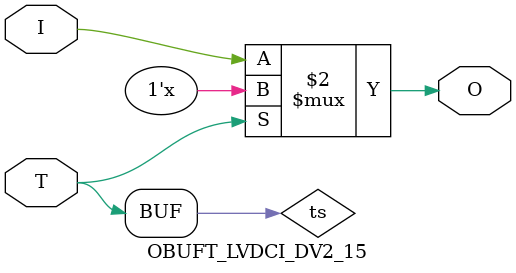
<source format=v>

/*

FUNCTION	: TRI-STATE OUTPUT BUFFER

*/

`celldefine
`timescale  100 ps / 10 ps

module OBUFT_LVDCI_DV2_15 (O, I, T);

    output O;

    input  I, T;

    or O1 (ts, 1'b0, T);
    bufif0 T1 (O, I, ts);

endmodule

</source>
